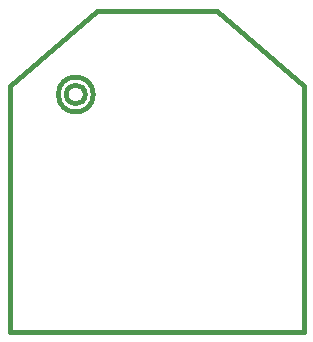
<source format=gbr>
G04 #@! TF.FileFunction,Legend,Bot*
%FSLAX46Y46*%
G04 Gerber Fmt 4.6, Leading zero omitted, Abs format (unit mm)*
G04 Created by KiCad (PCBNEW 4.0.2-4+6225~38~ubuntu14.04.1-stable) date Tue 12 Apr 2016 14:07:17 ACST*
%MOMM*%
G01*
G04 APERTURE LIST*
%ADD10C,0.100000*%
%ADD11C,0.381000*%
G04 APERTURE END LIST*
D10*
D11*
X192946000Y-116958000D02*
X192946000Y-117974000D01*
X168054000Y-116958000D02*
X168054000Y-117974000D01*
X174445219Y-97900000D02*
G75*
G03X174445219Y-97900000I-803219J0D01*
G01*
X175123062Y-97900000D02*
G75*
G03X175123062Y-97900000I-1481062J0D01*
G01*
X192946000Y-116958000D02*
X192946000Y-97146000D01*
X168054000Y-97900000D02*
X168054000Y-97646000D01*
X168054000Y-116958000D02*
X168054000Y-97400000D01*
X192946000Y-117974000D02*
X168054000Y-117974000D01*
X168054000Y-97146000D02*
X175420000Y-90796000D01*
X192946000Y-97146000D02*
X185580000Y-90796000D01*
X185580000Y-90796000D02*
X175420000Y-90796000D01*
M02*

</source>
